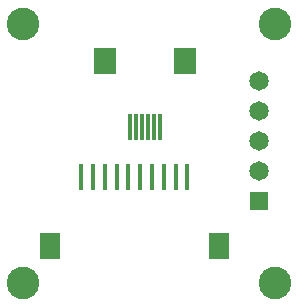
<source format=gbr>
G04*
G04 #@! TF.GenerationSoftware,Altium Limited,Altium Designer,23.6.0 (18)*
G04*
G04 Layer_Color=8388736*
%FSLAX44Y44*%
%MOMM*%
G71*
G04*
G04 #@! TF.SameCoordinates,DC424E90-4BFD-41C5-918A-45E65C1FA00B*
G04*
G04*
G04 #@! TF.FilePolarity,Negative*
G04*
G01*
G75*
%ADD13R,1.8000X2.2000*%
%ADD15R,0.3000X2.2977*%
%ADD16R,1.9000X2.3000*%
%ADD17R,0.4000X2.1620*%
%ADD18C,1.6500*%
%ADD19R,1.6500X1.6500*%
%ADD20C,2.7620*%
D13*
X42627Y51704D02*
D03*
X185627D02*
D03*
D15*
X69127Y110490D02*
D03*
X159128D02*
D03*
X149128D02*
D03*
X139128D02*
D03*
X129128D02*
D03*
X119127D02*
D03*
X109127D02*
D03*
X99127D02*
D03*
X79127D02*
D03*
X89127D02*
D03*
D16*
X89190Y208930D02*
D03*
X157190D02*
D03*
D17*
X110690Y152430D02*
D03*
X115690D02*
D03*
X120690D02*
D03*
X125690D02*
D03*
X130690D02*
D03*
X135690D02*
D03*
D18*
X219710Y191770D02*
D03*
Y166370D02*
D03*
Y140970D02*
D03*
Y115570D02*
D03*
D19*
Y90170D02*
D03*
D20*
X233680Y20320D02*
D03*
Y240030D02*
D03*
X20320D02*
D03*
Y20320D02*
D03*
M02*

</source>
